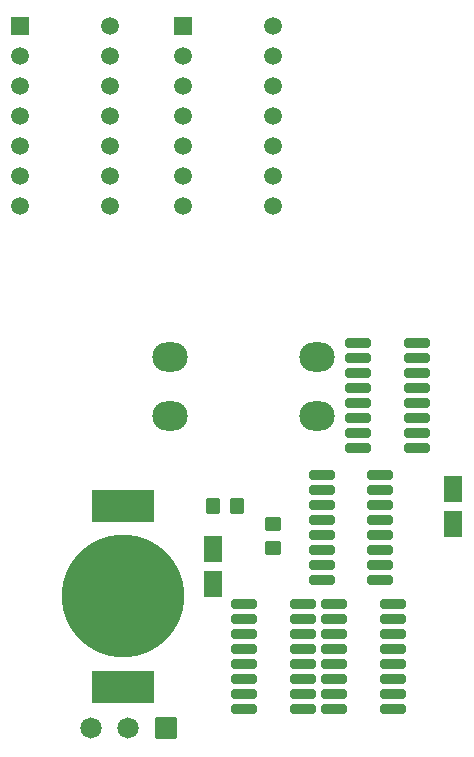
<source format=gbr>
%TF.GenerationSoftware,KiCad,Pcbnew,7.0.9*%
%TF.CreationDate,2023-12-30T23:58:47+01:00*%
%TF.ProjectId,Counter,436f756e-7465-4722-9e6b-696361645f70,rev?*%
%TF.SameCoordinates,Original*%
%TF.FileFunction,Soldermask,Bot*%
%TF.FilePolarity,Negative*%
%FSLAX46Y46*%
G04 Gerber Fmt 4.6, Leading zero omitted, Abs format (unit mm)*
G04 Created by KiCad (PCBNEW 7.0.9) date 2023-12-30 23:58:47*
%MOMM*%
%LPD*%
G01*
G04 APERTURE LIST*
G04 Aperture macros list*
%AMRoundRect*
0 Rectangle with rounded corners*
0 $1 Rounding radius*
0 $2 $3 $4 $5 $6 $7 $8 $9 X,Y pos of 4 corners*
0 Add a 4 corners polygon primitive as box body*
4,1,4,$2,$3,$4,$5,$6,$7,$8,$9,$2,$3,0*
0 Add four circle primitives for the rounded corners*
1,1,$1+$1,$2,$3*
1,1,$1+$1,$4,$5*
1,1,$1+$1,$6,$7*
1,1,$1+$1,$8,$9*
0 Add four rect primitives between the rounded corners*
20,1,$1+$1,$2,$3,$4,$5,0*
20,1,$1+$1,$4,$5,$6,$7,0*
20,1,$1+$1,$6,$7,$8,$9,0*
20,1,$1+$1,$8,$9,$2,$3,0*%
G04 Aperture macros list end*
%ADD10RoundRect,0.102000X0.802500X0.802500X-0.802500X0.802500X-0.802500X-0.802500X0.802500X-0.802500X0*%
%ADD11C,1.809000*%
%ADD12R,1.500000X1.500000*%
%ADD13C,1.500000*%
%ADD14O,3.000000X2.500000*%
%ADD15R,1.600000X2.200000*%
%ADD16RoundRect,0.144000X0.943000X0.258000X-0.943000X0.258000X-0.943000X-0.258000X0.943000X-0.258000X0*%
%ADD17RoundRect,0.250000X-0.350000X-0.450000X0.350000X-0.450000X0.350000X0.450000X-0.350000X0.450000X0*%
%ADD18C,10.404000*%
%ADD19RoundRect,0.102000X-2.550000X1.250000X-2.550000X-1.250000X2.550000X-1.250000X2.550000X1.250000X0*%
%ADD20RoundRect,0.250000X-0.450000X0.350000X-0.450000X-0.350000X0.450000X-0.350000X0.450000X0.350000X0*%
G04 APERTURE END LIST*
D10*
%TO.C,SW2*%
X115385455Y-125473931D03*
D11*
X112185455Y-125473931D03*
X108985455Y-125473931D03*
%TD*%
D12*
%TO.C,U3*%
X103012500Y-66040000D03*
D13*
X103012500Y-68580000D03*
X103012500Y-71120000D03*
X103012500Y-73660000D03*
X103012500Y-76200000D03*
X103012500Y-78740000D03*
X103012500Y-81280000D03*
X110632500Y-81280000D03*
X110632500Y-78740000D03*
X110632500Y-76200000D03*
X110632500Y-73660000D03*
X110632500Y-71120000D03*
X110632500Y-68580000D03*
X110632500Y-66040000D03*
%TD*%
D12*
%TO.C,U4*%
X116840000Y-66040000D03*
D13*
X116840000Y-68580000D03*
X116840000Y-71120000D03*
X116840000Y-73660000D03*
X116840000Y-76200000D03*
X116840000Y-78740000D03*
X116840000Y-81280000D03*
X124460000Y-81280000D03*
X124460000Y-78740000D03*
X124460000Y-76200000D03*
X124460000Y-73660000D03*
X124460000Y-71120000D03*
X124460000Y-68580000D03*
X124460000Y-66040000D03*
%TD*%
D14*
%TO.C,SW1*%
X115670000Y-94020000D03*
X128170000Y-94020000D03*
X115670000Y-99020000D03*
X128170000Y-99020000D03*
%TD*%
D15*
%TO.C,C1*%
X119380000Y-110260000D03*
X119380000Y-113260000D03*
%TD*%
D16*
%TO.C,U6*%
X133510994Y-104055735D03*
X133510994Y-105325735D03*
X133510994Y-106595735D03*
X133510994Y-107865735D03*
X133510994Y-109135735D03*
X133510994Y-110405735D03*
X133510994Y-111675735D03*
X133510994Y-112945735D03*
X128560994Y-112945735D03*
X128560994Y-111675735D03*
X128560994Y-110405735D03*
X128560994Y-109135735D03*
X128560994Y-107865735D03*
X128560994Y-106595735D03*
X128560994Y-105325735D03*
X128560994Y-104055735D03*
%TD*%
D17*
%TO.C,R2*%
X119380000Y-106680000D03*
X121380000Y-106680000D03*
%TD*%
D16*
%TO.C,U7*%
X136574297Y-92841896D03*
X136574297Y-94111896D03*
X136574297Y-95381896D03*
X136574297Y-96651896D03*
X136574297Y-97921896D03*
X136574297Y-99191896D03*
X136574297Y-100461896D03*
X136574297Y-101731896D03*
X131624297Y-101731896D03*
X131624297Y-100461896D03*
X131624297Y-99191896D03*
X131624297Y-97921896D03*
X131624297Y-96651896D03*
X131624297Y-95381896D03*
X131624297Y-94111896D03*
X131624297Y-92841896D03*
%TD*%
%TO.C,U1*%
X126935000Y-114935000D03*
X126935000Y-116205000D03*
X126935000Y-117475000D03*
X126935000Y-118745000D03*
X126935000Y-120015000D03*
X126935000Y-121285000D03*
X126935000Y-122555000D03*
X126935000Y-123825000D03*
X121985000Y-123825000D03*
X121985000Y-122555000D03*
X121985000Y-121285000D03*
X121985000Y-120015000D03*
X121985000Y-118745000D03*
X121985000Y-117475000D03*
X121985000Y-116205000D03*
X121985000Y-114935000D03*
%TD*%
D18*
%TO.C,BT1*%
X111760000Y-114300000D03*
D19*
X111710000Y-106650000D03*
X111710000Y-121950000D03*
%TD*%
D20*
%TO.C,R1*%
X124460000Y-108220000D03*
X124460000Y-110220000D03*
%TD*%
D15*
%TO.C,C2*%
X139700000Y-105180000D03*
X139700000Y-108180000D03*
%TD*%
D16*
%TO.C,U2*%
X134555000Y-114935000D03*
X134555000Y-116205000D03*
X134555000Y-117475000D03*
X134555000Y-118745000D03*
X134555000Y-120015000D03*
X134555000Y-121285000D03*
X134555000Y-122555000D03*
X134555000Y-123825000D03*
X129605000Y-123825000D03*
X129605000Y-122555000D03*
X129605000Y-121285000D03*
X129605000Y-120015000D03*
X129605000Y-118745000D03*
X129605000Y-117475000D03*
X129605000Y-116205000D03*
X129605000Y-114935000D03*
%TD*%
M02*

</source>
